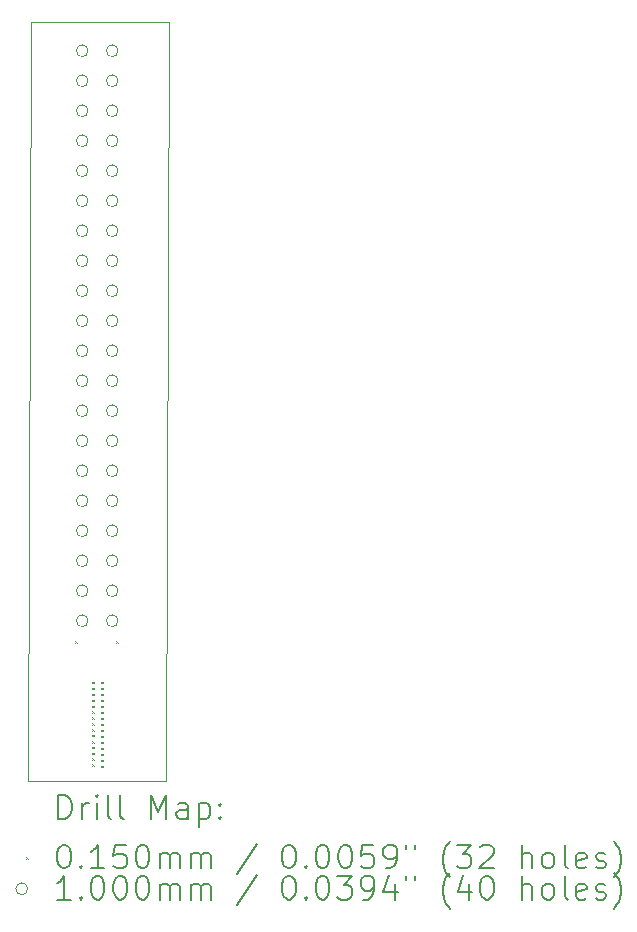
<source format=gbr>
%TF.GenerationSoftware,KiCad,Pcbnew,7.0.8*%
%TF.CreationDate,2023-10-18T23:36:33+02:00*%
%TF.ProjectId,connector_breakout,636f6e6e-6563-4746-9f72-5f627265616b,rev?*%
%TF.SameCoordinates,Original*%
%TF.FileFunction,Drillmap*%
%TF.FilePolarity,Positive*%
%FSLAX45Y45*%
G04 Gerber Fmt 4.5, Leading zero omitted, Abs format (unit mm)*
G04 Created by KiCad (PCBNEW 7.0.8) date 2023-10-18 23:36:33*
%MOMM*%
%LPD*%
G01*
G04 APERTURE LIST*
%ADD10C,0.100000*%
%ADD11C,0.200000*%
%ADD12C,0.015000*%
G04 APERTURE END LIST*
D10*
X14020800Y-9169400D02*
X12852400Y-9169400D01*
X12877800Y-2743200D01*
X14042163Y-2742972D01*
X14020800Y-9169400D01*
D11*
D12*
X13251300Y-7980800D02*
X13266300Y-7995800D01*
X13266300Y-7980800D02*
X13251300Y-7995800D01*
X13391000Y-8323700D02*
X13406000Y-8338700D01*
X13406000Y-8323700D02*
X13391000Y-8338700D01*
X13391000Y-8374500D02*
X13406000Y-8389500D01*
X13406000Y-8374500D02*
X13391000Y-8389500D01*
X13391000Y-8425300D02*
X13406000Y-8440300D01*
X13406000Y-8425300D02*
X13391000Y-8440300D01*
X13391000Y-8476100D02*
X13406000Y-8491100D01*
X13406000Y-8476100D02*
X13391000Y-8491100D01*
X13391000Y-8526900D02*
X13406000Y-8541900D01*
X13406000Y-8526900D02*
X13391000Y-8541900D01*
X13391000Y-8575200D02*
X13406000Y-8590200D01*
X13406000Y-8575200D02*
X13391000Y-8590200D01*
X13391000Y-8623050D02*
X13406000Y-8638050D01*
X13406000Y-8623050D02*
X13391000Y-8638050D01*
X13391000Y-8724650D02*
X13406000Y-8739650D01*
X13406000Y-8724650D02*
X13391000Y-8739650D01*
X13391000Y-8772501D02*
X13406000Y-8787501D01*
X13406000Y-8772501D02*
X13391000Y-8787501D01*
X13391000Y-8826250D02*
X13406000Y-8841250D01*
X13406000Y-8826250D02*
X13391000Y-8841250D01*
X13391000Y-8925350D02*
X13406000Y-8940350D01*
X13406000Y-8925350D02*
X13391000Y-8940350D01*
X13391000Y-8973201D02*
X13406000Y-8988201D01*
X13406000Y-8973201D02*
X13391000Y-8988201D01*
X13391000Y-9022200D02*
X13406000Y-9037200D01*
X13406000Y-9022200D02*
X13391000Y-9037200D01*
X13391001Y-8676800D02*
X13406001Y-8691800D01*
X13406001Y-8676800D02*
X13391001Y-8691800D01*
X13391001Y-8874101D02*
X13406001Y-8889101D01*
X13406001Y-8874101D02*
X13391001Y-8889101D01*
X13467200Y-8323700D02*
X13482200Y-8338700D01*
X13482200Y-8323700D02*
X13467200Y-8338700D01*
X13467200Y-8374500D02*
X13482200Y-8389500D01*
X13482200Y-8374500D02*
X13467200Y-8389500D01*
X13467200Y-8425300D02*
X13482200Y-8440300D01*
X13482200Y-8425300D02*
X13467200Y-8440300D01*
X13467200Y-8476100D02*
X13482200Y-8491100D01*
X13482200Y-8476100D02*
X13467200Y-8491100D01*
X13467200Y-8526900D02*
X13482200Y-8541900D01*
X13482200Y-8526900D02*
X13467200Y-8541900D01*
X13467200Y-8577700D02*
X13482200Y-8592700D01*
X13482200Y-8577700D02*
X13467200Y-8592700D01*
X13467200Y-8628500D02*
X13482200Y-8643500D01*
X13482200Y-8628500D02*
X13467200Y-8643500D01*
X13467200Y-8679300D02*
X13482200Y-8694300D01*
X13482200Y-8679300D02*
X13467200Y-8694300D01*
X13467200Y-8730100D02*
X13482200Y-8745100D01*
X13482200Y-8730100D02*
X13467200Y-8745100D01*
X13467200Y-8780900D02*
X13482200Y-8795900D01*
X13482200Y-8780900D02*
X13467200Y-8795900D01*
X13467200Y-8831700D02*
X13482200Y-8846700D01*
X13482200Y-8831700D02*
X13467200Y-8846700D01*
X13467200Y-8882500D02*
X13482200Y-8897500D01*
X13482200Y-8882500D02*
X13467200Y-8897500D01*
X13467200Y-8933300D02*
X13482200Y-8948300D01*
X13482200Y-8933300D02*
X13467200Y-8948300D01*
X13467200Y-8984100D02*
X13482200Y-8999100D01*
X13482200Y-8984100D02*
X13467200Y-8999100D01*
X13467200Y-9034900D02*
X13482200Y-9049900D01*
X13482200Y-9034900D02*
X13467200Y-9049900D01*
X13594200Y-7980800D02*
X13609200Y-7995800D01*
X13609200Y-7980800D02*
X13594200Y-7995800D01*
D10*
X13359600Y-2982394D02*
G75*
G03*
X13359600Y-2982394I-50000J0D01*
G01*
X13359600Y-3236394D02*
G75*
G03*
X13359600Y-3236394I-50000J0D01*
G01*
X13359600Y-3490394D02*
G75*
G03*
X13359600Y-3490394I-50000J0D01*
G01*
X13359600Y-3744394D02*
G75*
G03*
X13359600Y-3744394I-50000J0D01*
G01*
X13359600Y-3998394D02*
G75*
G03*
X13359600Y-3998394I-50000J0D01*
G01*
X13359600Y-4252394D02*
G75*
G03*
X13359600Y-4252394I-50000J0D01*
G01*
X13359600Y-4506394D02*
G75*
G03*
X13359600Y-4506394I-50000J0D01*
G01*
X13359600Y-4760394D02*
G75*
G03*
X13359600Y-4760394I-50000J0D01*
G01*
X13359600Y-5014394D02*
G75*
G03*
X13359600Y-5014394I-50000J0D01*
G01*
X13359600Y-5268394D02*
G75*
G03*
X13359600Y-5268394I-50000J0D01*
G01*
X13359600Y-5522394D02*
G75*
G03*
X13359600Y-5522394I-50000J0D01*
G01*
X13359600Y-5776394D02*
G75*
G03*
X13359600Y-5776394I-50000J0D01*
G01*
X13359600Y-6030394D02*
G75*
G03*
X13359600Y-6030394I-50000J0D01*
G01*
X13359600Y-6284394D02*
G75*
G03*
X13359600Y-6284394I-50000J0D01*
G01*
X13359600Y-6538394D02*
G75*
G03*
X13359600Y-6538394I-50000J0D01*
G01*
X13359600Y-6792394D02*
G75*
G03*
X13359600Y-6792394I-50000J0D01*
G01*
X13359600Y-7046394D02*
G75*
G03*
X13359600Y-7046394I-50000J0D01*
G01*
X13359600Y-7300394D02*
G75*
G03*
X13359600Y-7300394I-50000J0D01*
G01*
X13359600Y-7554394D02*
G75*
G03*
X13359600Y-7554394I-50000J0D01*
G01*
X13359600Y-7808394D02*
G75*
G03*
X13359600Y-7808394I-50000J0D01*
G01*
X13613600Y-2982394D02*
G75*
G03*
X13613600Y-2982394I-50000J0D01*
G01*
X13613600Y-3236394D02*
G75*
G03*
X13613600Y-3236394I-50000J0D01*
G01*
X13613600Y-3490394D02*
G75*
G03*
X13613600Y-3490394I-50000J0D01*
G01*
X13613600Y-3744394D02*
G75*
G03*
X13613600Y-3744394I-50000J0D01*
G01*
X13613600Y-3998394D02*
G75*
G03*
X13613600Y-3998394I-50000J0D01*
G01*
X13613600Y-4252394D02*
G75*
G03*
X13613600Y-4252394I-50000J0D01*
G01*
X13613600Y-4506394D02*
G75*
G03*
X13613600Y-4506394I-50000J0D01*
G01*
X13613600Y-4760394D02*
G75*
G03*
X13613600Y-4760394I-50000J0D01*
G01*
X13613600Y-5014394D02*
G75*
G03*
X13613600Y-5014394I-50000J0D01*
G01*
X13613600Y-5268394D02*
G75*
G03*
X13613600Y-5268394I-50000J0D01*
G01*
X13613600Y-5522394D02*
G75*
G03*
X13613600Y-5522394I-50000J0D01*
G01*
X13613600Y-5776394D02*
G75*
G03*
X13613600Y-5776394I-50000J0D01*
G01*
X13613600Y-6030394D02*
G75*
G03*
X13613600Y-6030394I-50000J0D01*
G01*
X13613600Y-6284394D02*
G75*
G03*
X13613600Y-6284394I-50000J0D01*
G01*
X13613600Y-6538394D02*
G75*
G03*
X13613600Y-6538394I-50000J0D01*
G01*
X13613600Y-6792394D02*
G75*
G03*
X13613600Y-6792394I-50000J0D01*
G01*
X13613600Y-7046394D02*
G75*
G03*
X13613600Y-7046394I-50000J0D01*
G01*
X13613600Y-7300394D02*
G75*
G03*
X13613600Y-7300394I-50000J0D01*
G01*
X13613600Y-7554394D02*
G75*
G03*
X13613600Y-7554394I-50000J0D01*
G01*
X13613600Y-7808394D02*
G75*
G03*
X13613600Y-7808394I-50000J0D01*
G01*
D11*
X13108177Y-9485884D02*
X13108177Y-9285884D01*
X13108177Y-9285884D02*
X13155796Y-9285884D01*
X13155796Y-9285884D02*
X13184367Y-9295408D01*
X13184367Y-9295408D02*
X13203415Y-9314455D01*
X13203415Y-9314455D02*
X13212939Y-9333503D01*
X13212939Y-9333503D02*
X13222462Y-9371598D01*
X13222462Y-9371598D02*
X13222462Y-9400170D01*
X13222462Y-9400170D02*
X13212939Y-9438265D01*
X13212939Y-9438265D02*
X13203415Y-9457312D01*
X13203415Y-9457312D02*
X13184367Y-9476360D01*
X13184367Y-9476360D02*
X13155796Y-9485884D01*
X13155796Y-9485884D02*
X13108177Y-9485884D01*
X13308177Y-9485884D02*
X13308177Y-9352550D01*
X13308177Y-9390646D02*
X13317701Y-9371598D01*
X13317701Y-9371598D02*
X13327224Y-9362074D01*
X13327224Y-9362074D02*
X13346272Y-9352550D01*
X13346272Y-9352550D02*
X13365320Y-9352550D01*
X13431986Y-9485884D02*
X13431986Y-9352550D01*
X13431986Y-9285884D02*
X13422462Y-9295408D01*
X13422462Y-9295408D02*
X13431986Y-9304931D01*
X13431986Y-9304931D02*
X13441510Y-9295408D01*
X13441510Y-9295408D02*
X13431986Y-9285884D01*
X13431986Y-9285884D02*
X13431986Y-9304931D01*
X13555796Y-9485884D02*
X13536748Y-9476360D01*
X13536748Y-9476360D02*
X13527224Y-9457312D01*
X13527224Y-9457312D02*
X13527224Y-9285884D01*
X13660558Y-9485884D02*
X13641510Y-9476360D01*
X13641510Y-9476360D02*
X13631986Y-9457312D01*
X13631986Y-9457312D02*
X13631986Y-9285884D01*
X13889129Y-9485884D02*
X13889129Y-9285884D01*
X13889129Y-9285884D02*
X13955796Y-9428741D01*
X13955796Y-9428741D02*
X14022462Y-9285884D01*
X14022462Y-9285884D02*
X14022462Y-9485884D01*
X14203415Y-9485884D02*
X14203415Y-9381122D01*
X14203415Y-9381122D02*
X14193891Y-9362074D01*
X14193891Y-9362074D02*
X14174843Y-9352550D01*
X14174843Y-9352550D02*
X14136748Y-9352550D01*
X14136748Y-9352550D02*
X14117701Y-9362074D01*
X14203415Y-9476360D02*
X14184367Y-9485884D01*
X14184367Y-9485884D02*
X14136748Y-9485884D01*
X14136748Y-9485884D02*
X14117701Y-9476360D01*
X14117701Y-9476360D02*
X14108177Y-9457312D01*
X14108177Y-9457312D02*
X14108177Y-9438265D01*
X14108177Y-9438265D02*
X14117701Y-9419217D01*
X14117701Y-9419217D02*
X14136748Y-9409693D01*
X14136748Y-9409693D02*
X14184367Y-9409693D01*
X14184367Y-9409693D02*
X14203415Y-9400170D01*
X14298653Y-9352550D02*
X14298653Y-9552550D01*
X14298653Y-9362074D02*
X14317701Y-9352550D01*
X14317701Y-9352550D02*
X14355796Y-9352550D01*
X14355796Y-9352550D02*
X14374843Y-9362074D01*
X14374843Y-9362074D02*
X14384367Y-9371598D01*
X14384367Y-9371598D02*
X14393891Y-9390646D01*
X14393891Y-9390646D02*
X14393891Y-9447789D01*
X14393891Y-9447789D02*
X14384367Y-9466836D01*
X14384367Y-9466836D02*
X14374843Y-9476360D01*
X14374843Y-9476360D02*
X14355796Y-9485884D01*
X14355796Y-9485884D02*
X14317701Y-9485884D01*
X14317701Y-9485884D02*
X14298653Y-9476360D01*
X14479605Y-9466836D02*
X14489129Y-9476360D01*
X14489129Y-9476360D02*
X14479605Y-9485884D01*
X14479605Y-9485884D02*
X14470082Y-9476360D01*
X14470082Y-9476360D02*
X14479605Y-9466836D01*
X14479605Y-9466836D02*
X14479605Y-9485884D01*
X14479605Y-9362074D02*
X14489129Y-9371598D01*
X14489129Y-9371598D02*
X14479605Y-9381122D01*
X14479605Y-9381122D02*
X14470082Y-9371598D01*
X14470082Y-9371598D02*
X14479605Y-9362074D01*
X14479605Y-9362074D02*
X14479605Y-9381122D01*
D12*
X12832400Y-9806900D02*
X12847400Y-9821900D01*
X12847400Y-9806900D02*
X12832400Y-9821900D01*
D11*
X13146272Y-9705884D02*
X13165320Y-9705884D01*
X13165320Y-9705884D02*
X13184367Y-9715408D01*
X13184367Y-9715408D02*
X13193891Y-9724931D01*
X13193891Y-9724931D02*
X13203415Y-9743979D01*
X13203415Y-9743979D02*
X13212939Y-9782074D01*
X13212939Y-9782074D02*
X13212939Y-9829693D01*
X13212939Y-9829693D02*
X13203415Y-9867789D01*
X13203415Y-9867789D02*
X13193891Y-9886836D01*
X13193891Y-9886836D02*
X13184367Y-9896360D01*
X13184367Y-9896360D02*
X13165320Y-9905884D01*
X13165320Y-9905884D02*
X13146272Y-9905884D01*
X13146272Y-9905884D02*
X13127224Y-9896360D01*
X13127224Y-9896360D02*
X13117701Y-9886836D01*
X13117701Y-9886836D02*
X13108177Y-9867789D01*
X13108177Y-9867789D02*
X13098653Y-9829693D01*
X13098653Y-9829693D02*
X13098653Y-9782074D01*
X13098653Y-9782074D02*
X13108177Y-9743979D01*
X13108177Y-9743979D02*
X13117701Y-9724931D01*
X13117701Y-9724931D02*
X13127224Y-9715408D01*
X13127224Y-9715408D02*
X13146272Y-9705884D01*
X13298653Y-9886836D02*
X13308177Y-9896360D01*
X13308177Y-9896360D02*
X13298653Y-9905884D01*
X13298653Y-9905884D02*
X13289129Y-9896360D01*
X13289129Y-9896360D02*
X13298653Y-9886836D01*
X13298653Y-9886836D02*
X13298653Y-9905884D01*
X13498653Y-9905884D02*
X13384367Y-9905884D01*
X13441510Y-9905884D02*
X13441510Y-9705884D01*
X13441510Y-9705884D02*
X13422462Y-9734455D01*
X13422462Y-9734455D02*
X13403415Y-9753503D01*
X13403415Y-9753503D02*
X13384367Y-9763027D01*
X13679605Y-9705884D02*
X13584367Y-9705884D01*
X13584367Y-9705884D02*
X13574843Y-9801122D01*
X13574843Y-9801122D02*
X13584367Y-9791598D01*
X13584367Y-9791598D02*
X13603415Y-9782074D01*
X13603415Y-9782074D02*
X13651034Y-9782074D01*
X13651034Y-9782074D02*
X13670082Y-9791598D01*
X13670082Y-9791598D02*
X13679605Y-9801122D01*
X13679605Y-9801122D02*
X13689129Y-9820170D01*
X13689129Y-9820170D02*
X13689129Y-9867789D01*
X13689129Y-9867789D02*
X13679605Y-9886836D01*
X13679605Y-9886836D02*
X13670082Y-9896360D01*
X13670082Y-9896360D02*
X13651034Y-9905884D01*
X13651034Y-9905884D02*
X13603415Y-9905884D01*
X13603415Y-9905884D02*
X13584367Y-9896360D01*
X13584367Y-9896360D02*
X13574843Y-9886836D01*
X13812939Y-9705884D02*
X13831986Y-9705884D01*
X13831986Y-9705884D02*
X13851034Y-9715408D01*
X13851034Y-9715408D02*
X13860558Y-9724931D01*
X13860558Y-9724931D02*
X13870082Y-9743979D01*
X13870082Y-9743979D02*
X13879605Y-9782074D01*
X13879605Y-9782074D02*
X13879605Y-9829693D01*
X13879605Y-9829693D02*
X13870082Y-9867789D01*
X13870082Y-9867789D02*
X13860558Y-9886836D01*
X13860558Y-9886836D02*
X13851034Y-9896360D01*
X13851034Y-9896360D02*
X13831986Y-9905884D01*
X13831986Y-9905884D02*
X13812939Y-9905884D01*
X13812939Y-9905884D02*
X13793891Y-9896360D01*
X13793891Y-9896360D02*
X13784367Y-9886836D01*
X13784367Y-9886836D02*
X13774843Y-9867789D01*
X13774843Y-9867789D02*
X13765320Y-9829693D01*
X13765320Y-9829693D02*
X13765320Y-9782074D01*
X13765320Y-9782074D02*
X13774843Y-9743979D01*
X13774843Y-9743979D02*
X13784367Y-9724931D01*
X13784367Y-9724931D02*
X13793891Y-9715408D01*
X13793891Y-9715408D02*
X13812939Y-9705884D01*
X13965320Y-9905884D02*
X13965320Y-9772550D01*
X13965320Y-9791598D02*
X13974843Y-9782074D01*
X13974843Y-9782074D02*
X13993891Y-9772550D01*
X13993891Y-9772550D02*
X14022463Y-9772550D01*
X14022463Y-9772550D02*
X14041510Y-9782074D01*
X14041510Y-9782074D02*
X14051034Y-9801122D01*
X14051034Y-9801122D02*
X14051034Y-9905884D01*
X14051034Y-9801122D02*
X14060558Y-9782074D01*
X14060558Y-9782074D02*
X14079605Y-9772550D01*
X14079605Y-9772550D02*
X14108177Y-9772550D01*
X14108177Y-9772550D02*
X14127224Y-9782074D01*
X14127224Y-9782074D02*
X14136748Y-9801122D01*
X14136748Y-9801122D02*
X14136748Y-9905884D01*
X14231986Y-9905884D02*
X14231986Y-9772550D01*
X14231986Y-9791598D02*
X14241510Y-9782074D01*
X14241510Y-9782074D02*
X14260558Y-9772550D01*
X14260558Y-9772550D02*
X14289129Y-9772550D01*
X14289129Y-9772550D02*
X14308177Y-9782074D01*
X14308177Y-9782074D02*
X14317701Y-9801122D01*
X14317701Y-9801122D02*
X14317701Y-9905884D01*
X14317701Y-9801122D02*
X14327224Y-9782074D01*
X14327224Y-9782074D02*
X14346272Y-9772550D01*
X14346272Y-9772550D02*
X14374843Y-9772550D01*
X14374843Y-9772550D02*
X14393891Y-9782074D01*
X14393891Y-9782074D02*
X14403415Y-9801122D01*
X14403415Y-9801122D02*
X14403415Y-9905884D01*
X14793891Y-9696360D02*
X14622463Y-9953503D01*
X15051034Y-9705884D02*
X15070082Y-9705884D01*
X15070082Y-9705884D02*
X15089129Y-9715408D01*
X15089129Y-9715408D02*
X15098653Y-9724931D01*
X15098653Y-9724931D02*
X15108177Y-9743979D01*
X15108177Y-9743979D02*
X15117701Y-9782074D01*
X15117701Y-9782074D02*
X15117701Y-9829693D01*
X15117701Y-9829693D02*
X15108177Y-9867789D01*
X15108177Y-9867789D02*
X15098653Y-9886836D01*
X15098653Y-9886836D02*
X15089129Y-9896360D01*
X15089129Y-9896360D02*
X15070082Y-9905884D01*
X15070082Y-9905884D02*
X15051034Y-9905884D01*
X15051034Y-9905884D02*
X15031986Y-9896360D01*
X15031986Y-9896360D02*
X15022463Y-9886836D01*
X15022463Y-9886836D02*
X15012939Y-9867789D01*
X15012939Y-9867789D02*
X15003415Y-9829693D01*
X15003415Y-9829693D02*
X15003415Y-9782074D01*
X15003415Y-9782074D02*
X15012939Y-9743979D01*
X15012939Y-9743979D02*
X15022463Y-9724931D01*
X15022463Y-9724931D02*
X15031986Y-9715408D01*
X15031986Y-9715408D02*
X15051034Y-9705884D01*
X15203415Y-9886836D02*
X15212939Y-9896360D01*
X15212939Y-9896360D02*
X15203415Y-9905884D01*
X15203415Y-9905884D02*
X15193891Y-9896360D01*
X15193891Y-9896360D02*
X15203415Y-9886836D01*
X15203415Y-9886836D02*
X15203415Y-9905884D01*
X15336748Y-9705884D02*
X15355796Y-9705884D01*
X15355796Y-9705884D02*
X15374844Y-9715408D01*
X15374844Y-9715408D02*
X15384367Y-9724931D01*
X15384367Y-9724931D02*
X15393891Y-9743979D01*
X15393891Y-9743979D02*
X15403415Y-9782074D01*
X15403415Y-9782074D02*
X15403415Y-9829693D01*
X15403415Y-9829693D02*
X15393891Y-9867789D01*
X15393891Y-9867789D02*
X15384367Y-9886836D01*
X15384367Y-9886836D02*
X15374844Y-9896360D01*
X15374844Y-9896360D02*
X15355796Y-9905884D01*
X15355796Y-9905884D02*
X15336748Y-9905884D01*
X15336748Y-9905884D02*
X15317701Y-9896360D01*
X15317701Y-9896360D02*
X15308177Y-9886836D01*
X15308177Y-9886836D02*
X15298653Y-9867789D01*
X15298653Y-9867789D02*
X15289129Y-9829693D01*
X15289129Y-9829693D02*
X15289129Y-9782074D01*
X15289129Y-9782074D02*
X15298653Y-9743979D01*
X15298653Y-9743979D02*
X15308177Y-9724931D01*
X15308177Y-9724931D02*
X15317701Y-9715408D01*
X15317701Y-9715408D02*
X15336748Y-9705884D01*
X15527225Y-9705884D02*
X15546272Y-9705884D01*
X15546272Y-9705884D02*
X15565320Y-9715408D01*
X15565320Y-9715408D02*
X15574844Y-9724931D01*
X15574844Y-9724931D02*
X15584367Y-9743979D01*
X15584367Y-9743979D02*
X15593891Y-9782074D01*
X15593891Y-9782074D02*
X15593891Y-9829693D01*
X15593891Y-9829693D02*
X15584367Y-9867789D01*
X15584367Y-9867789D02*
X15574844Y-9886836D01*
X15574844Y-9886836D02*
X15565320Y-9896360D01*
X15565320Y-9896360D02*
X15546272Y-9905884D01*
X15546272Y-9905884D02*
X15527225Y-9905884D01*
X15527225Y-9905884D02*
X15508177Y-9896360D01*
X15508177Y-9896360D02*
X15498653Y-9886836D01*
X15498653Y-9886836D02*
X15489129Y-9867789D01*
X15489129Y-9867789D02*
X15479606Y-9829693D01*
X15479606Y-9829693D02*
X15479606Y-9782074D01*
X15479606Y-9782074D02*
X15489129Y-9743979D01*
X15489129Y-9743979D02*
X15498653Y-9724931D01*
X15498653Y-9724931D02*
X15508177Y-9715408D01*
X15508177Y-9715408D02*
X15527225Y-9705884D01*
X15774844Y-9705884D02*
X15679606Y-9705884D01*
X15679606Y-9705884D02*
X15670082Y-9801122D01*
X15670082Y-9801122D02*
X15679606Y-9791598D01*
X15679606Y-9791598D02*
X15698653Y-9782074D01*
X15698653Y-9782074D02*
X15746272Y-9782074D01*
X15746272Y-9782074D02*
X15765320Y-9791598D01*
X15765320Y-9791598D02*
X15774844Y-9801122D01*
X15774844Y-9801122D02*
X15784367Y-9820170D01*
X15784367Y-9820170D02*
X15784367Y-9867789D01*
X15784367Y-9867789D02*
X15774844Y-9886836D01*
X15774844Y-9886836D02*
X15765320Y-9896360D01*
X15765320Y-9896360D02*
X15746272Y-9905884D01*
X15746272Y-9905884D02*
X15698653Y-9905884D01*
X15698653Y-9905884D02*
X15679606Y-9896360D01*
X15679606Y-9896360D02*
X15670082Y-9886836D01*
X15879606Y-9905884D02*
X15917701Y-9905884D01*
X15917701Y-9905884D02*
X15936748Y-9896360D01*
X15936748Y-9896360D02*
X15946272Y-9886836D01*
X15946272Y-9886836D02*
X15965320Y-9858265D01*
X15965320Y-9858265D02*
X15974844Y-9820170D01*
X15974844Y-9820170D02*
X15974844Y-9743979D01*
X15974844Y-9743979D02*
X15965320Y-9724931D01*
X15965320Y-9724931D02*
X15955796Y-9715408D01*
X15955796Y-9715408D02*
X15936748Y-9705884D01*
X15936748Y-9705884D02*
X15898653Y-9705884D01*
X15898653Y-9705884D02*
X15879606Y-9715408D01*
X15879606Y-9715408D02*
X15870082Y-9724931D01*
X15870082Y-9724931D02*
X15860558Y-9743979D01*
X15860558Y-9743979D02*
X15860558Y-9791598D01*
X15860558Y-9791598D02*
X15870082Y-9810646D01*
X15870082Y-9810646D02*
X15879606Y-9820170D01*
X15879606Y-9820170D02*
X15898653Y-9829693D01*
X15898653Y-9829693D02*
X15936748Y-9829693D01*
X15936748Y-9829693D02*
X15955796Y-9820170D01*
X15955796Y-9820170D02*
X15965320Y-9810646D01*
X15965320Y-9810646D02*
X15974844Y-9791598D01*
X16051034Y-9705884D02*
X16051034Y-9743979D01*
X16127225Y-9705884D02*
X16127225Y-9743979D01*
X16422463Y-9982074D02*
X16412939Y-9972550D01*
X16412939Y-9972550D02*
X16393891Y-9943979D01*
X16393891Y-9943979D02*
X16384368Y-9924931D01*
X16384368Y-9924931D02*
X16374844Y-9896360D01*
X16374844Y-9896360D02*
X16365320Y-9848741D01*
X16365320Y-9848741D02*
X16365320Y-9810646D01*
X16365320Y-9810646D02*
X16374844Y-9763027D01*
X16374844Y-9763027D02*
X16384368Y-9734455D01*
X16384368Y-9734455D02*
X16393891Y-9715408D01*
X16393891Y-9715408D02*
X16412939Y-9686836D01*
X16412939Y-9686836D02*
X16422463Y-9677312D01*
X16479606Y-9705884D02*
X16603415Y-9705884D01*
X16603415Y-9705884D02*
X16536748Y-9782074D01*
X16536748Y-9782074D02*
X16565320Y-9782074D01*
X16565320Y-9782074D02*
X16584368Y-9791598D01*
X16584368Y-9791598D02*
X16593891Y-9801122D01*
X16593891Y-9801122D02*
X16603415Y-9820170D01*
X16603415Y-9820170D02*
X16603415Y-9867789D01*
X16603415Y-9867789D02*
X16593891Y-9886836D01*
X16593891Y-9886836D02*
X16584368Y-9896360D01*
X16584368Y-9896360D02*
X16565320Y-9905884D01*
X16565320Y-9905884D02*
X16508177Y-9905884D01*
X16508177Y-9905884D02*
X16489129Y-9896360D01*
X16489129Y-9896360D02*
X16479606Y-9886836D01*
X16679606Y-9724931D02*
X16689129Y-9715408D01*
X16689129Y-9715408D02*
X16708177Y-9705884D01*
X16708177Y-9705884D02*
X16755796Y-9705884D01*
X16755796Y-9705884D02*
X16774844Y-9715408D01*
X16774844Y-9715408D02*
X16784368Y-9724931D01*
X16784368Y-9724931D02*
X16793891Y-9743979D01*
X16793891Y-9743979D02*
X16793891Y-9763027D01*
X16793891Y-9763027D02*
X16784368Y-9791598D01*
X16784368Y-9791598D02*
X16670082Y-9905884D01*
X16670082Y-9905884D02*
X16793891Y-9905884D01*
X17031987Y-9905884D02*
X17031987Y-9705884D01*
X17117701Y-9905884D02*
X17117701Y-9801122D01*
X17117701Y-9801122D02*
X17108177Y-9782074D01*
X17108177Y-9782074D02*
X17089130Y-9772550D01*
X17089130Y-9772550D02*
X17060558Y-9772550D01*
X17060558Y-9772550D02*
X17041511Y-9782074D01*
X17041511Y-9782074D02*
X17031987Y-9791598D01*
X17241511Y-9905884D02*
X17222463Y-9896360D01*
X17222463Y-9896360D02*
X17212939Y-9886836D01*
X17212939Y-9886836D02*
X17203415Y-9867789D01*
X17203415Y-9867789D02*
X17203415Y-9810646D01*
X17203415Y-9810646D02*
X17212939Y-9791598D01*
X17212939Y-9791598D02*
X17222463Y-9782074D01*
X17222463Y-9782074D02*
X17241511Y-9772550D01*
X17241511Y-9772550D02*
X17270082Y-9772550D01*
X17270082Y-9772550D02*
X17289130Y-9782074D01*
X17289130Y-9782074D02*
X17298653Y-9791598D01*
X17298653Y-9791598D02*
X17308177Y-9810646D01*
X17308177Y-9810646D02*
X17308177Y-9867789D01*
X17308177Y-9867789D02*
X17298653Y-9886836D01*
X17298653Y-9886836D02*
X17289130Y-9896360D01*
X17289130Y-9896360D02*
X17270082Y-9905884D01*
X17270082Y-9905884D02*
X17241511Y-9905884D01*
X17422463Y-9905884D02*
X17403415Y-9896360D01*
X17403415Y-9896360D02*
X17393892Y-9877312D01*
X17393892Y-9877312D02*
X17393892Y-9705884D01*
X17574844Y-9896360D02*
X17555796Y-9905884D01*
X17555796Y-9905884D02*
X17517701Y-9905884D01*
X17517701Y-9905884D02*
X17498653Y-9896360D01*
X17498653Y-9896360D02*
X17489130Y-9877312D01*
X17489130Y-9877312D02*
X17489130Y-9801122D01*
X17489130Y-9801122D02*
X17498653Y-9782074D01*
X17498653Y-9782074D02*
X17517701Y-9772550D01*
X17517701Y-9772550D02*
X17555796Y-9772550D01*
X17555796Y-9772550D02*
X17574844Y-9782074D01*
X17574844Y-9782074D02*
X17584368Y-9801122D01*
X17584368Y-9801122D02*
X17584368Y-9820170D01*
X17584368Y-9820170D02*
X17489130Y-9839217D01*
X17660558Y-9896360D02*
X17679606Y-9905884D01*
X17679606Y-9905884D02*
X17717701Y-9905884D01*
X17717701Y-9905884D02*
X17736749Y-9896360D01*
X17736749Y-9896360D02*
X17746273Y-9877312D01*
X17746273Y-9877312D02*
X17746273Y-9867789D01*
X17746273Y-9867789D02*
X17736749Y-9848741D01*
X17736749Y-9848741D02*
X17717701Y-9839217D01*
X17717701Y-9839217D02*
X17689130Y-9839217D01*
X17689130Y-9839217D02*
X17670082Y-9829693D01*
X17670082Y-9829693D02*
X17660558Y-9810646D01*
X17660558Y-9810646D02*
X17660558Y-9801122D01*
X17660558Y-9801122D02*
X17670082Y-9782074D01*
X17670082Y-9782074D02*
X17689130Y-9772550D01*
X17689130Y-9772550D02*
X17717701Y-9772550D01*
X17717701Y-9772550D02*
X17736749Y-9782074D01*
X17812939Y-9982074D02*
X17822463Y-9972550D01*
X17822463Y-9972550D02*
X17841511Y-9943979D01*
X17841511Y-9943979D02*
X17851034Y-9924931D01*
X17851034Y-9924931D02*
X17860558Y-9896360D01*
X17860558Y-9896360D02*
X17870082Y-9848741D01*
X17870082Y-9848741D02*
X17870082Y-9810646D01*
X17870082Y-9810646D02*
X17860558Y-9763027D01*
X17860558Y-9763027D02*
X17851034Y-9734455D01*
X17851034Y-9734455D02*
X17841511Y-9715408D01*
X17841511Y-9715408D02*
X17822463Y-9686836D01*
X17822463Y-9686836D02*
X17812939Y-9677312D01*
D10*
X12847400Y-10078400D02*
G75*
G03*
X12847400Y-10078400I-50000J0D01*
G01*
D11*
X13212939Y-10169884D02*
X13098653Y-10169884D01*
X13155796Y-10169884D02*
X13155796Y-9969884D01*
X13155796Y-9969884D02*
X13136748Y-9998455D01*
X13136748Y-9998455D02*
X13117701Y-10017503D01*
X13117701Y-10017503D02*
X13098653Y-10027027D01*
X13298653Y-10150836D02*
X13308177Y-10160360D01*
X13308177Y-10160360D02*
X13298653Y-10169884D01*
X13298653Y-10169884D02*
X13289129Y-10160360D01*
X13289129Y-10160360D02*
X13298653Y-10150836D01*
X13298653Y-10150836D02*
X13298653Y-10169884D01*
X13431986Y-9969884D02*
X13451034Y-9969884D01*
X13451034Y-9969884D02*
X13470082Y-9979408D01*
X13470082Y-9979408D02*
X13479605Y-9988931D01*
X13479605Y-9988931D02*
X13489129Y-10007979D01*
X13489129Y-10007979D02*
X13498653Y-10046074D01*
X13498653Y-10046074D02*
X13498653Y-10093693D01*
X13498653Y-10093693D02*
X13489129Y-10131789D01*
X13489129Y-10131789D02*
X13479605Y-10150836D01*
X13479605Y-10150836D02*
X13470082Y-10160360D01*
X13470082Y-10160360D02*
X13451034Y-10169884D01*
X13451034Y-10169884D02*
X13431986Y-10169884D01*
X13431986Y-10169884D02*
X13412939Y-10160360D01*
X13412939Y-10160360D02*
X13403415Y-10150836D01*
X13403415Y-10150836D02*
X13393891Y-10131789D01*
X13393891Y-10131789D02*
X13384367Y-10093693D01*
X13384367Y-10093693D02*
X13384367Y-10046074D01*
X13384367Y-10046074D02*
X13393891Y-10007979D01*
X13393891Y-10007979D02*
X13403415Y-9988931D01*
X13403415Y-9988931D02*
X13412939Y-9979408D01*
X13412939Y-9979408D02*
X13431986Y-9969884D01*
X13622462Y-9969884D02*
X13641510Y-9969884D01*
X13641510Y-9969884D02*
X13660558Y-9979408D01*
X13660558Y-9979408D02*
X13670082Y-9988931D01*
X13670082Y-9988931D02*
X13679605Y-10007979D01*
X13679605Y-10007979D02*
X13689129Y-10046074D01*
X13689129Y-10046074D02*
X13689129Y-10093693D01*
X13689129Y-10093693D02*
X13679605Y-10131789D01*
X13679605Y-10131789D02*
X13670082Y-10150836D01*
X13670082Y-10150836D02*
X13660558Y-10160360D01*
X13660558Y-10160360D02*
X13641510Y-10169884D01*
X13641510Y-10169884D02*
X13622462Y-10169884D01*
X13622462Y-10169884D02*
X13603415Y-10160360D01*
X13603415Y-10160360D02*
X13593891Y-10150836D01*
X13593891Y-10150836D02*
X13584367Y-10131789D01*
X13584367Y-10131789D02*
X13574843Y-10093693D01*
X13574843Y-10093693D02*
X13574843Y-10046074D01*
X13574843Y-10046074D02*
X13584367Y-10007979D01*
X13584367Y-10007979D02*
X13593891Y-9988931D01*
X13593891Y-9988931D02*
X13603415Y-9979408D01*
X13603415Y-9979408D02*
X13622462Y-9969884D01*
X13812939Y-9969884D02*
X13831986Y-9969884D01*
X13831986Y-9969884D02*
X13851034Y-9979408D01*
X13851034Y-9979408D02*
X13860558Y-9988931D01*
X13860558Y-9988931D02*
X13870082Y-10007979D01*
X13870082Y-10007979D02*
X13879605Y-10046074D01*
X13879605Y-10046074D02*
X13879605Y-10093693D01*
X13879605Y-10093693D02*
X13870082Y-10131789D01*
X13870082Y-10131789D02*
X13860558Y-10150836D01*
X13860558Y-10150836D02*
X13851034Y-10160360D01*
X13851034Y-10160360D02*
X13831986Y-10169884D01*
X13831986Y-10169884D02*
X13812939Y-10169884D01*
X13812939Y-10169884D02*
X13793891Y-10160360D01*
X13793891Y-10160360D02*
X13784367Y-10150836D01*
X13784367Y-10150836D02*
X13774843Y-10131789D01*
X13774843Y-10131789D02*
X13765320Y-10093693D01*
X13765320Y-10093693D02*
X13765320Y-10046074D01*
X13765320Y-10046074D02*
X13774843Y-10007979D01*
X13774843Y-10007979D02*
X13784367Y-9988931D01*
X13784367Y-9988931D02*
X13793891Y-9979408D01*
X13793891Y-9979408D02*
X13812939Y-9969884D01*
X13965320Y-10169884D02*
X13965320Y-10036550D01*
X13965320Y-10055598D02*
X13974843Y-10046074D01*
X13974843Y-10046074D02*
X13993891Y-10036550D01*
X13993891Y-10036550D02*
X14022463Y-10036550D01*
X14022463Y-10036550D02*
X14041510Y-10046074D01*
X14041510Y-10046074D02*
X14051034Y-10065122D01*
X14051034Y-10065122D02*
X14051034Y-10169884D01*
X14051034Y-10065122D02*
X14060558Y-10046074D01*
X14060558Y-10046074D02*
X14079605Y-10036550D01*
X14079605Y-10036550D02*
X14108177Y-10036550D01*
X14108177Y-10036550D02*
X14127224Y-10046074D01*
X14127224Y-10046074D02*
X14136748Y-10065122D01*
X14136748Y-10065122D02*
X14136748Y-10169884D01*
X14231986Y-10169884D02*
X14231986Y-10036550D01*
X14231986Y-10055598D02*
X14241510Y-10046074D01*
X14241510Y-10046074D02*
X14260558Y-10036550D01*
X14260558Y-10036550D02*
X14289129Y-10036550D01*
X14289129Y-10036550D02*
X14308177Y-10046074D01*
X14308177Y-10046074D02*
X14317701Y-10065122D01*
X14317701Y-10065122D02*
X14317701Y-10169884D01*
X14317701Y-10065122D02*
X14327224Y-10046074D01*
X14327224Y-10046074D02*
X14346272Y-10036550D01*
X14346272Y-10036550D02*
X14374843Y-10036550D01*
X14374843Y-10036550D02*
X14393891Y-10046074D01*
X14393891Y-10046074D02*
X14403415Y-10065122D01*
X14403415Y-10065122D02*
X14403415Y-10169884D01*
X14793891Y-9960360D02*
X14622463Y-10217503D01*
X15051034Y-9969884D02*
X15070082Y-9969884D01*
X15070082Y-9969884D02*
X15089129Y-9979408D01*
X15089129Y-9979408D02*
X15098653Y-9988931D01*
X15098653Y-9988931D02*
X15108177Y-10007979D01*
X15108177Y-10007979D02*
X15117701Y-10046074D01*
X15117701Y-10046074D02*
X15117701Y-10093693D01*
X15117701Y-10093693D02*
X15108177Y-10131789D01*
X15108177Y-10131789D02*
X15098653Y-10150836D01*
X15098653Y-10150836D02*
X15089129Y-10160360D01*
X15089129Y-10160360D02*
X15070082Y-10169884D01*
X15070082Y-10169884D02*
X15051034Y-10169884D01*
X15051034Y-10169884D02*
X15031986Y-10160360D01*
X15031986Y-10160360D02*
X15022463Y-10150836D01*
X15022463Y-10150836D02*
X15012939Y-10131789D01*
X15012939Y-10131789D02*
X15003415Y-10093693D01*
X15003415Y-10093693D02*
X15003415Y-10046074D01*
X15003415Y-10046074D02*
X15012939Y-10007979D01*
X15012939Y-10007979D02*
X15022463Y-9988931D01*
X15022463Y-9988931D02*
X15031986Y-9979408D01*
X15031986Y-9979408D02*
X15051034Y-9969884D01*
X15203415Y-10150836D02*
X15212939Y-10160360D01*
X15212939Y-10160360D02*
X15203415Y-10169884D01*
X15203415Y-10169884D02*
X15193891Y-10160360D01*
X15193891Y-10160360D02*
X15203415Y-10150836D01*
X15203415Y-10150836D02*
X15203415Y-10169884D01*
X15336748Y-9969884D02*
X15355796Y-9969884D01*
X15355796Y-9969884D02*
X15374844Y-9979408D01*
X15374844Y-9979408D02*
X15384367Y-9988931D01*
X15384367Y-9988931D02*
X15393891Y-10007979D01*
X15393891Y-10007979D02*
X15403415Y-10046074D01*
X15403415Y-10046074D02*
X15403415Y-10093693D01*
X15403415Y-10093693D02*
X15393891Y-10131789D01*
X15393891Y-10131789D02*
X15384367Y-10150836D01*
X15384367Y-10150836D02*
X15374844Y-10160360D01*
X15374844Y-10160360D02*
X15355796Y-10169884D01*
X15355796Y-10169884D02*
X15336748Y-10169884D01*
X15336748Y-10169884D02*
X15317701Y-10160360D01*
X15317701Y-10160360D02*
X15308177Y-10150836D01*
X15308177Y-10150836D02*
X15298653Y-10131789D01*
X15298653Y-10131789D02*
X15289129Y-10093693D01*
X15289129Y-10093693D02*
X15289129Y-10046074D01*
X15289129Y-10046074D02*
X15298653Y-10007979D01*
X15298653Y-10007979D02*
X15308177Y-9988931D01*
X15308177Y-9988931D02*
X15317701Y-9979408D01*
X15317701Y-9979408D02*
X15336748Y-9969884D01*
X15470082Y-9969884D02*
X15593891Y-9969884D01*
X15593891Y-9969884D02*
X15527225Y-10046074D01*
X15527225Y-10046074D02*
X15555796Y-10046074D01*
X15555796Y-10046074D02*
X15574844Y-10055598D01*
X15574844Y-10055598D02*
X15584367Y-10065122D01*
X15584367Y-10065122D02*
X15593891Y-10084170D01*
X15593891Y-10084170D02*
X15593891Y-10131789D01*
X15593891Y-10131789D02*
X15584367Y-10150836D01*
X15584367Y-10150836D02*
X15574844Y-10160360D01*
X15574844Y-10160360D02*
X15555796Y-10169884D01*
X15555796Y-10169884D02*
X15498653Y-10169884D01*
X15498653Y-10169884D02*
X15479606Y-10160360D01*
X15479606Y-10160360D02*
X15470082Y-10150836D01*
X15689129Y-10169884D02*
X15727225Y-10169884D01*
X15727225Y-10169884D02*
X15746272Y-10160360D01*
X15746272Y-10160360D02*
X15755796Y-10150836D01*
X15755796Y-10150836D02*
X15774844Y-10122265D01*
X15774844Y-10122265D02*
X15784367Y-10084170D01*
X15784367Y-10084170D02*
X15784367Y-10007979D01*
X15784367Y-10007979D02*
X15774844Y-9988931D01*
X15774844Y-9988931D02*
X15765320Y-9979408D01*
X15765320Y-9979408D02*
X15746272Y-9969884D01*
X15746272Y-9969884D02*
X15708177Y-9969884D01*
X15708177Y-9969884D02*
X15689129Y-9979408D01*
X15689129Y-9979408D02*
X15679606Y-9988931D01*
X15679606Y-9988931D02*
X15670082Y-10007979D01*
X15670082Y-10007979D02*
X15670082Y-10055598D01*
X15670082Y-10055598D02*
X15679606Y-10074646D01*
X15679606Y-10074646D02*
X15689129Y-10084170D01*
X15689129Y-10084170D02*
X15708177Y-10093693D01*
X15708177Y-10093693D02*
X15746272Y-10093693D01*
X15746272Y-10093693D02*
X15765320Y-10084170D01*
X15765320Y-10084170D02*
X15774844Y-10074646D01*
X15774844Y-10074646D02*
X15784367Y-10055598D01*
X15955796Y-10036550D02*
X15955796Y-10169884D01*
X15908177Y-9960360D02*
X15860558Y-10103217D01*
X15860558Y-10103217D02*
X15984367Y-10103217D01*
X16051034Y-9969884D02*
X16051034Y-10007979D01*
X16127225Y-9969884D02*
X16127225Y-10007979D01*
X16422463Y-10246074D02*
X16412939Y-10236550D01*
X16412939Y-10236550D02*
X16393891Y-10207979D01*
X16393891Y-10207979D02*
X16384368Y-10188931D01*
X16384368Y-10188931D02*
X16374844Y-10160360D01*
X16374844Y-10160360D02*
X16365320Y-10112741D01*
X16365320Y-10112741D02*
X16365320Y-10074646D01*
X16365320Y-10074646D02*
X16374844Y-10027027D01*
X16374844Y-10027027D02*
X16384368Y-9998455D01*
X16384368Y-9998455D02*
X16393891Y-9979408D01*
X16393891Y-9979408D02*
X16412939Y-9950836D01*
X16412939Y-9950836D02*
X16422463Y-9941312D01*
X16584368Y-10036550D02*
X16584368Y-10169884D01*
X16536748Y-9960360D02*
X16489129Y-10103217D01*
X16489129Y-10103217D02*
X16612939Y-10103217D01*
X16727225Y-9969884D02*
X16746272Y-9969884D01*
X16746272Y-9969884D02*
X16765320Y-9979408D01*
X16765320Y-9979408D02*
X16774844Y-9988931D01*
X16774844Y-9988931D02*
X16784368Y-10007979D01*
X16784368Y-10007979D02*
X16793891Y-10046074D01*
X16793891Y-10046074D02*
X16793891Y-10093693D01*
X16793891Y-10093693D02*
X16784368Y-10131789D01*
X16784368Y-10131789D02*
X16774844Y-10150836D01*
X16774844Y-10150836D02*
X16765320Y-10160360D01*
X16765320Y-10160360D02*
X16746272Y-10169884D01*
X16746272Y-10169884D02*
X16727225Y-10169884D01*
X16727225Y-10169884D02*
X16708177Y-10160360D01*
X16708177Y-10160360D02*
X16698653Y-10150836D01*
X16698653Y-10150836D02*
X16689129Y-10131789D01*
X16689129Y-10131789D02*
X16679606Y-10093693D01*
X16679606Y-10093693D02*
X16679606Y-10046074D01*
X16679606Y-10046074D02*
X16689129Y-10007979D01*
X16689129Y-10007979D02*
X16698653Y-9988931D01*
X16698653Y-9988931D02*
X16708177Y-9979408D01*
X16708177Y-9979408D02*
X16727225Y-9969884D01*
X17031987Y-10169884D02*
X17031987Y-9969884D01*
X17117701Y-10169884D02*
X17117701Y-10065122D01*
X17117701Y-10065122D02*
X17108177Y-10046074D01*
X17108177Y-10046074D02*
X17089130Y-10036550D01*
X17089130Y-10036550D02*
X17060558Y-10036550D01*
X17060558Y-10036550D02*
X17041511Y-10046074D01*
X17041511Y-10046074D02*
X17031987Y-10055598D01*
X17241511Y-10169884D02*
X17222463Y-10160360D01*
X17222463Y-10160360D02*
X17212939Y-10150836D01*
X17212939Y-10150836D02*
X17203415Y-10131789D01*
X17203415Y-10131789D02*
X17203415Y-10074646D01*
X17203415Y-10074646D02*
X17212939Y-10055598D01*
X17212939Y-10055598D02*
X17222463Y-10046074D01*
X17222463Y-10046074D02*
X17241511Y-10036550D01*
X17241511Y-10036550D02*
X17270082Y-10036550D01*
X17270082Y-10036550D02*
X17289130Y-10046074D01*
X17289130Y-10046074D02*
X17298653Y-10055598D01*
X17298653Y-10055598D02*
X17308177Y-10074646D01*
X17308177Y-10074646D02*
X17308177Y-10131789D01*
X17308177Y-10131789D02*
X17298653Y-10150836D01*
X17298653Y-10150836D02*
X17289130Y-10160360D01*
X17289130Y-10160360D02*
X17270082Y-10169884D01*
X17270082Y-10169884D02*
X17241511Y-10169884D01*
X17422463Y-10169884D02*
X17403415Y-10160360D01*
X17403415Y-10160360D02*
X17393892Y-10141312D01*
X17393892Y-10141312D02*
X17393892Y-9969884D01*
X17574844Y-10160360D02*
X17555796Y-10169884D01*
X17555796Y-10169884D02*
X17517701Y-10169884D01*
X17517701Y-10169884D02*
X17498653Y-10160360D01*
X17498653Y-10160360D02*
X17489130Y-10141312D01*
X17489130Y-10141312D02*
X17489130Y-10065122D01*
X17489130Y-10065122D02*
X17498653Y-10046074D01*
X17498653Y-10046074D02*
X17517701Y-10036550D01*
X17517701Y-10036550D02*
X17555796Y-10036550D01*
X17555796Y-10036550D02*
X17574844Y-10046074D01*
X17574844Y-10046074D02*
X17584368Y-10065122D01*
X17584368Y-10065122D02*
X17584368Y-10084170D01*
X17584368Y-10084170D02*
X17489130Y-10103217D01*
X17660558Y-10160360D02*
X17679606Y-10169884D01*
X17679606Y-10169884D02*
X17717701Y-10169884D01*
X17717701Y-10169884D02*
X17736749Y-10160360D01*
X17736749Y-10160360D02*
X17746273Y-10141312D01*
X17746273Y-10141312D02*
X17746273Y-10131789D01*
X17746273Y-10131789D02*
X17736749Y-10112741D01*
X17736749Y-10112741D02*
X17717701Y-10103217D01*
X17717701Y-10103217D02*
X17689130Y-10103217D01*
X17689130Y-10103217D02*
X17670082Y-10093693D01*
X17670082Y-10093693D02*
X17660558Y-10074646D01*
X17660558Y-10074646D02*
X17660558Y-10065122D01*
X17660558Y-10065122D02*
X17670082Y-10046074D01*
X17670082Y-10046074D02*
X17689130Y-10036550D01*
X17689130Y-10036550D02*
X17717701Y-10036550D01*
X17717701Y-10036550D02*
X17736749Y-10046074D01*
X17812939Y-10246074D02*
X17822463Y-10236550D01*
X17822463Y-10236550D02*
X17841511Y-10207979D01*
X17841511Y-10207979D02*
X17851034Y-10188931D01*
X17851034Y-10188931D02*
X17860558Y-10160360D01*
X17860558Y-10160360D02*
X17870082Y-10112741D01*
X17870082Y-10112741D02*
X17870082Y-10074646D01*
X17870082Y-10074646D02*
X17860558Y-10027027D01*
X17860558Y-10027027D02*
X17851034Y-9998455D01*
X17851034Y-9998455D02*
X17841511Y-9979408D01*
X17841511Y-9979408D02*
X17822463Y-9950836D01*
X17822463Y-9950836D02*
X17812939Y-9941312D01*
M02*

</source>
